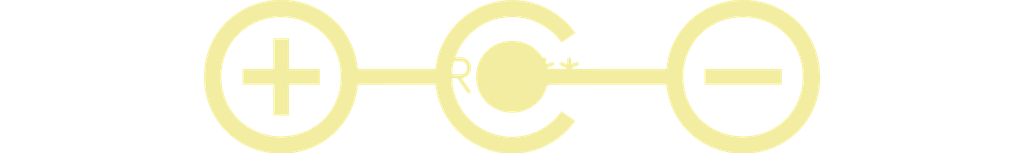
<source format=kicad_pcb>
(kicad_pcb (version 20240108) (generator pcbnew)
  (layers (0 "F.Cu" signal) (31 "B.Cu" signal) (34 "B.Paste" user) (35 "F.Paste" user) (36 "B.SilkS" user "B.Silkscreen") (37 "F.SilkS" user "F.Silkscreen") (38 "B.Mask" user) (39 "F.Mask" user) (44 "Edge.Cuts" user))
  (net 0 "")
  (footprint "Polarity_Center_Negative_6mm_SilkScreen" (layer "F.Cu") (at 0 0)
    (property "Reference" "REF**")
    (property "Value" "Polarity_Center_Negative_6mm_SilkScreen")
    (fp_poly (pts (xy 10.562377 0.301782) (xy 7.544555 0.301782) (xy 7.544555 -0.301782) (xy 10.562377 -0.301782) (xy 10.562377 0.301782)) (layer "F.SilkS") (stroke (width 0.01)) (fill solid))
    (fp_poly (pts (xy -8.739109 -0.301782) (xy -7.53198 -0.301782) (xy -7.53198 0.301782) (xy -8.739109 0.301782) (xy -8.739109 1.508911) (xy -9.342673 1.508911) (xy -9.342673 0.301782) (xy -10.549802 0.301782) (xy -10.549802 -0.301782) (xy -9.342673 -0.301782) (xy -9.342673 -1.508911) (xy -8.739109 -1.508911) (xy -8.739109 -0.301782)) (layer "F.SilkS") (stroke (width 0.01)) (fill solid))
    (fp_poly (pts (xy 9.174857 -3.014648) (xy 9.284024 -3.010439) (xy 9.337281 -3.006461) (xy 9.605462 -2.969918) (xy 9.868658 -2.910608) (xy 10.124621 -2.829446) (xy 10.371103 -2.727346) (xy 10.605855 -2.605224) (xy 10.82663 -2.463993) (xy 11.002476 -2.328892) (xy 11.201601 -2.14635) (xy 11.382043 -1.947388) (xy 11.543021 -1.733246) (xy 11.683755 -1.505162) (xy 11.803468 -1.264377) (xy 11.90138 -1.012131) (xy 11.964636 -0.798451) (xy 12.018398 -0.543687) (xy 12.051602 -0.281875) (xy 12.064157 -0.017474) (xy 12.05597 0.245057) (xy 12.02695 0.501257) (xy 11.994887 0.671311) (xy 11.923092 0.940062) (xy 11.829676 1.197173) (xy 11.715269 1.44171) (xy 11.580501 1.672735) (xy 11.426002 1.889311) (xy 11.252403 2.090501) (xy 11.060332 2.27537) (xy 10.85042 2.44298) (xy 10.761866 2.504804) (xy 10.530064 2.645671) (xy 10.288075 2.763787) (xy 10.035374 2.859355) (xy 9.771434 2.932574) (xy 9.515107 2.980834) (xy 9.450666 2.988743) (xy 9.371077 2.996003) (xy 9.281678 3.002373) (xy 9.187807 3.007614) (xy 9.094804 3.011484) (xy 9.008007 3.013745) (xy 8.932755 3.014155) (xy 8.874386 3.012474) (xy 8.852278 3.01067) (xy 8.821066 3.007233) (xy 8.772553 3.002019) (xy 8.714451 2.995854) (xy 8.676238 2.991837) (xy 8.427765 2.953789) (xy 8.178947 2.892397) (xy 7.933372 2.809154) (xy 7.694629 2.705555) (xy 7.466304 2.583096) (xy 7.251985 2.443269) (xy 7.123317 2.344941) (xy 7.041263 2.274354) (xy 6.951395 2.190585) (xy 6.860509 2.100408) (xy 6.775407 2.010595) (xy 6.702885 1.927921) (xy 6.694346 1.917575) (xy 6.547547 1.719178) (xy 6.416636 1.503255) (xy 6.302872 1.272735) (xy 6.207511 1.030547) (xy 6.131813 0.77962) (xy 6.077036 0.522882) (xy 6.066417 0.455817) (xy 6.043778 0.301782) (xy 3.713079 0.301782) (xy 3.418557 0.301813) (xy 3.148274 0.301908) (xy 2.90132 0.302075) (xy 2.676786 0.302318) (xy 2.473762 0.302645) (xy 2.291339 0.303061) (xy 2.128606 0.303573) (xy 1.984655 0.304186) (xy 1.858576 0.304907) (xy 1.749459 0.305742) (xy 1.656394 0.306697) (xy 1.578473 0.307778) (xy 1.514785 0.308992) (xy 1.464421 0.310343) (xy 1.426471 0.31184) (xy 1.400026 0.313486) (xy 1.384176 0.31529) (xy 1.378011 0.317256) (xy 1.37788 0.3175) (xy 1.327173 0.476421) (xy 1.271105 0.614878) (xy 1.207193 0.737391) (xy 1.132957 0.848478) (xy 1.045915 0.95266) (xy 1.006547 0.993825) (xy 0.871272 1.113268) (xy 0.723836 1.212215) (xy 0.566533 1.290661) (xy 0.401658 1.348604) (xy 0.231506 1.38604) (xy 0.058372 1.402966) (xy -0.11545 1.399379) (xy -0.287664 1.375275) (xy -0.455977 1.33065) (xy -0.618093 1.265503) (xy -0.771717 1.179829) (xy -0.914555 1.073625) (xy -0.997447 0.996705) (xy -1.119461 0.858261) (xy -1.218275 0.712292) (xy -1.295267 0.556607) (xy -1.326614 0.472636) (xy -1.375202 0.291073) (xy -1.400427 0.108158) (xy -1.401845 0.004344) (xy 6.70208 0.004344) (xy 6.712761 0.24759) (xy 6.745199 0.479902) (xy 6.79998 0.703923) (xy 6.877694 0.922297) (xy 6.934728 1.049951) (xy 7.048116 1.257535) (xy 7.180742 1.449778) (xy 7.331277 1.625814) (xy 7.498393 1.784775) (xy 7.680761 1.925794) (xy 7.877053 2.048002) (xy 8.08594 2.150533) (xy 8.306093 2.23252) (xy 8.536185 2.293094) (xy 8.774885 2.331388) (xy 8.915149 2.342962) (xy 8.960493 2.345526) (xy 9.000104 2.34792) (xy 9.015743 2.34895) (xy 9.039636 2.348885) (xy 9.082896 2.347147) (xy 9.139817 2.344021) (xy 9.204695 2.339792) (xy 9.219086 2.338769) (xy 9.465942 2.309097) (xy 9.702815 2.256947) (xy 9.928679 2.183209) (xy 10.142509 2.088772) (xy 10.343278 1.974528) (xy 10.529962 1.841366) (xy 10.701534 1.690176) (xy 10.85697 1.521849) (xy 10.995243 1.337274) (xy 11.115328 1.137342) (xy 11.216199 0.922942) (xy 11.296831 0.694965) (xy 11.348853 0.490396) (xy 11.364778 0.396023) (xy 11.377338 0.283696) (xy 11.386253 0.160418) (xy 11.391244 0.033195) (xy 11.392031 -0.09097) (xy 11.388335 -0.205073) (xy 11.380336 -0.298428) (xy 11.338179 -0.544573) (xy 11.27385 -0.779343) (xy 11.187746 -1.002085) (xy 11.080266 -1.212147) (xy 10.951808 -1.408874) (xy 10.802769 -1.591613) (xy 10.633549 -1.759712) (xy 10.444545 -1.912517) (xy 10.361188 -1.970754) (xy 10.16887 -2.084639) (xy 9.963132 -2.178815) (xy 9.746574 -2.252959) (xy 9.521795 -2.306745) (xy 9.291396 -2.339851) (xy 9.057977 -2.351952) (xy 8.824137 -2.342726) (xy 8.592478 -2.311847) (xy 8.365598 -2.258993) (xy 8.273862 -2.230663) (xy 8.05044 -2.143625) (xy 7.840598 -2.036014) (xy 7.645283 -1.909004) (xy 7.465446 -1.763769) (xy 7.302034 -1.601483) (xy 7.155996 -1.423319) (xy 7.028281 -1.230451) (xy 6.919836 -1.024053) (xy 6.831612 -0.805299) (xy 6.764556 -0.575363) (xy 6.719617 -0.335418) (xy 6.71527 -0.302112) (xy 6.710532 -0.250426) (xy 6.706549 -0.181414) (xy 6.703657 -0.102894) (xy 6.702192 -0.022684) (xy 6.70208 0.004344) (xy -1.401845 0.004344) (xy -1.402915 -0.073943) (xy -1.383295 -0.253064) (xy -1.342196 -0.427039) (xy -1.280244 -0.593704) (xy -1.198068 -0.750892) (xy -1.096295 -0.896437) (xy -0.975555 -1.028174) (xy -0.863789 -1.123647) (xy -0.712718 -1.223451) (xy -0.550818 -1.301889) (xy -0.380623 -1.358897) (xy -0.204671 -1.394412) (xy -0.025498 -1.40837) (xy 0.154362 -1.400708) (xy 0.332372 -1.371363) (xy 0.505996 -1.320272) (xy 0.672698 -1.247369) (xy 0.81104 -1.165539) (xy 0.852564 -1.134713) (xy 0.903937 -1.092358) (xy 0.957473 -1.04497) (xy 0.990135 -1.014209) (xy 1.098871 -0.89663) (xy 1.190296 -0.770545) (xy 1.266541 -0.632132) (xy 1.329734 -0.477568) (xy 1.378259 -0.3175) (xy 1.383286 -0.315514) (xy 1.397888 -0.313692) (xy 1.422974 -0.312027) (xy 1.459453 -0.310514) (xy 1.508236 -0.309146) (xy 1.570231 -0.307916) (xy 1.646348 -0.30682) (xy 1.737496 -0.30585) (xy 1.844585 -0.305002) (xy 1.968524 -0.304267) (xy 2.110222 -0.303641) (xy 2.270588 -0.303118) (xy 2.450533 -0.30269) (xy 2.650965 -0.302353) (xy 2.872794 -0.3021) (xy 3.11693 -0.301924) (xy 3.384281 -0.301821) (xy 3.675757 -0.301782) (xy 6.045749 -0.301782) (xy 6.054377 -0.380371) (xy 6.077423 -0.538056) (xy 6.112328 -0.707353) (xy 6.156755 -0.879114) (xy 6.208371 -1.04419) (xy 6.257 -1.174493) (xy 6.371297 -1.422295) (xy 6.505546 -1.65544) (xy 6.658707 -1.873121) (xy 6.829739 -2.074532) (xy 7.017603 -2.258866) (xy 7.221259 -2.425314) (xy 7.439665 -2.57307) (xy 7.671783 -2.701326) (xy 7.916573 -2.809276) (xy 8.172993 -2.896112) (xy 8.440005 -2.961027) (xy 8.592836 -2.987365) (xy 8.689124 -2.998626) (xy 8.802953 -3.007176) (xy 8.92684 -3.012825) (xy 9.053302 -3.01538) (xy 9.174857 -3.014648)) (layer "F.SilkS") (stroke (width 0.01)) (fill solid))
    (fp_poly (pts (xy 0.284256 -3.001128) (xy 0.547425 -2.965017) (xy 0.807122 -2.90509) (xy 1.012228 -2.839465) (xy 1.268147 -2.733675) (xy 1.51242 -2.605906) (xy 1.743838 -2.457061) (xy 1.961189 -2.288042) (xy 2.163266 -2.099751) (xy 2.348858 -1.893091) (xy 2.443478 -1.771912) (xy 2.476932 -1.726844) (xy 2.216524 -1.545576) (xy 2.144808 -1.496046) (xy 2.079485 -1.451675) (xy 2.023498 -1.414402) (xy 1.97979 -1.386167) (xy 1.951304 -1.368908) (xy 1.941402 -1.364307) (xy 1.926901 -1.373699) (xy 1.903123 -1.398303) (xy 1.875675 -1.4322) (xy 1.732794 -1.602184) (xy 1.570246 -1.759421) (xy 1.391036 -1.902042) (xy 1.198171 -2.028182) (xy 0.994655 -2.135971) (xy 0.783496 -2.223543) (xy 0.567698 -2.28903) (xy 0.457703 -2.313156) (xy 0.217037 -2.346637) (xy -0.023002 -2.355783) (xy -0.260705 -2.341111) (xy -0.494363 -2.303139) (xy -0.72227 -2.242382) (xy -0.942717 -2.159358) (xy -1.153994 -2.054584) (xy -1.354395 -1.928576) (xy -1.542211 -1.781852) (xy -1.659937 -1.672432) (xy -1.825706 -1.490376) (xy -1.969395 -1.296329) (xy -2.091049 -1.090198) (xy -2.190714 -0.871892) (xy -2.268438 -0.64132) (xy -2.324266 -0.39839) (xy -2.334213 -0.339501) (xy -2.345559 -0.242621) (xy -2.352486 -0.129217) (xy -2.354991 -0.007364) (xy -2.35307 0.114862) (xy -2.346722 0.229384) (xy -2.335943 0.328126) (xy -2.334469 0.337789) (xy -2.284095 0.580493) (xy -2.211559 0.813307) (xy -2.117667 1.034956) (xy -2.003224 1.244164) (xy -1.869035 1.439658) (xy -1.715905 1.620161) (xy -1.544638 1.784399) (xy -1.356041 1.931096) (xy -1.307722 1.963926) (xy -1.097975 2.088025) (xy -0.879554 2.189266) (xy -0.654151 2.267417) (xy -0.42346 2.322247) (xy -0.189171 2.353523) (xy 0.047023 2.361015) (xy 0.283431 2.34449) (xy 0.518361 2.303717) (xy 0.734803 2.243581) (xy 0.962539 2.155388) (xy 1.178452 2.045446) (xy 1.381155 1.914717) (xy 1.569263 1.764161) (xy 1.741389 1.594741) (xy 1.844939 1.473836) (xy 1.93834 1.357029) (xy 1.997116 1.399058) (xy 2.026126 1.419575) (xy 2.07139 1.451308) (xy 2.128479 1.491166) (xy 2.192965 1.536058) (xy 2.260223 1.582754) (xy 2.32278 1.626501) (xy 2.377595 1.665552) (xy 2.421541 1.697618) (xy 2.451487 1.72041) (xy 2.464303 1.73164) (xy 2.464555 1.732202) (xy 2.456524 1.749257) (xy 2.434321 1.781416) (xy 2.400782 1.825259) (xy 2.358744 1.877364) (xy 2.311043 1.934311) (xy 2.260514 1.992677) (xy 2.209995 2.049043) (xy 2.16232 2.099988) (xy 2.144448 2.118319) (xy 1.940602 2.307021) (xy 1.724123 2.474233) (xy 1.495976 2.61955) (xy 1.257126 2.74257) (xy 1.008539 2.842889) (xy 0.751181 2.920101) (xy 0.486016 2.973804) (xy 0.214011 3.003594) (xy 0.012575 3.010009) (xy -0.243699 3.001123) (xy -0.486153 2.973925) (xy -0.719254 2.927366) (xy -0.947468 2.860401) (xy -1.175259 2.771983) (xy -1.348534 2.690949) (xy -1.587073 2.557788) (xy -1.811248 2.404378) (xy -2.019904 2.231867) (xy -2.211883 2.041403) (xy -2.386027 1.834133) (xy -2.54118 1.611206) (xy -2.676135 1.373868) (xy -2.789227 1.126949) (xy -2.878205 0.876394) (xy -2.944096 0.619067) (xy -2.970293 0.477107) (xy -2.998492 0.301682) (xy -6.04193 0.30807) (xy -6.051432 0.396089) (xy -6.084346 0.609191) (xy -6.136827 0.829042) (xy -6.206756 1.049657) (xy -6.292014 1.265049) (xy -6.390482 1.469234) (xy -6.49424 1.647228) (xy -6.591951 1.78852) (xy -6.703809 1.931369) (xy -6.824788 2.070155) (xy -6.949861 2.199258) (xy -7.074001 2.313056) (xy -7.133232 2.361737) (xy -7.358571 2.52377) (xy -7.593664 2.662626) (xy -7.838465 2.778289) (xy -8.092929 2.870744) (xy -8.35701 2.939973) (xy -8.630664 2.985961) (xy -8.913844 3.008692) (xy -8.971732 3.010449) (xy -9.048547 3.011815) (xy -9.120133 3.012465) (xy -9.181259 3.012398) (xy -9.226699 3.011615) (xy -9.248366 3.010459) (xy -9.418838 2.991313) (xy -9.570515 2.96932) (xy -9.709697 2.943227) (xy -9.842687 2.911783) (xy -9.975787 2.873736) (xy -10.040544 2.853095) (xy -10.291003 2.757922) (xy -10.529277 2.641341) (xy -10.75432 2.504491) (xy -10.965087 2.348512) (xy -11.160533 2.174541) (xy -11.339612 1.983718) (xy -11.501277 1.777183) (xy -11.644485 1.556073) (xy -11.768188 1.321529) (xy -11.871342 1.074689) (xy -11.952901 0.816692) (xy -11.969501 0.751783) (xy -11.995396 0.640579) (xy -12.015476 0.540777) (xy -12.030408 0.446295) (xy -12.04086 0.351052) (xy -12.047499 0.248966) (xy -12.050993 0.133958) (xy -12.052008 0) (xy -12.051961 -0.006287) (xy -11.392277 -0.006287) (xy -11.380589 0.243496) (xy -11.345747 0.48557) (xy -11.288088 0.718899) (xy -11.207945 0.942444) (xy -11.105653 1.155171) (xy -10.981549 1.35604) (xy -10.928562 1.429281) (xy -10.776416 1.610349) (xy -10.607296 1.773641) (xy -10.422872 1.918261) (xy -10.224812 2.043313) (xy -10.014783 2.147901) (xy -9.794455 2.231129) (xy -9.565495 2.292102) (xy -9.329571 2.329924) (xy -9.235792 2.338223) (xy -9.176993 2.342248) (xy -9.125609 2.345769) (xy -9.088 2.348348) (xy -9.072326 2.349427) (xy -9.050981 2.349184) (xy -9.009949 2.347311) (xy -8.954617 2.344099) (xy -8.890374 2.339841) (xy -8.871841 2.338524) (xy -8.62738 2.309016) (xy -8.392608 2.257086) (xy -8.16857 2.183783) (xy -7.956314 2.090152) (xy -7.756886 1.977241) (xy -7.571332 1.846096) (xy -7.4007 1.697765) (xy -7.246035 1.533294) (xy -7.108384 1.35373) (xy -6.988794 1.16012) (xy -6.888311 0.953511) (xy -6.807981 0.734949) (xy -6.748851 0.505482) (xy -6.711969 0.266157) (xy -6.703799 0.169753) (xy -6.699129 -0.07928) (xy -6.717617 -0.322066) (xy -6.758571 -0.55736) (xy -6.8213 -0.783916) (xy -6.905113 -1.000488) (xy -7.009318 -1.205831) (xy -7.133224 -1.3987) (xy -7.27614 -1.577848) (xy -7.437374 -1.742031) (xy -7.616236 -1.890004) (xy -7.812033 -2.020519) (xy -7.966054 -2.104451) (xy -8.184917 -2.199453) (xy -8.412286 -2.271733) (xy -8.645855 -2.321274) (xy -8.883323 -2.348062) (xy -9.122385 -2.352081) (xy -9.360736 -2.333315) (xy -9.596074 -2.291748) (xy -9.826095 -2.227366) (xy -10.048494 -2.140152) (xy -10.094271 -2.118812) (xy -10.303883 -2.004752) (xy -10.497469 -1.871949) (xy -10.674261 -1.721652) (xy -10.833495 -1.555108) (xy -10.974402 -1.373564) (xy -11.096216 -1.178269) (xy -11.198171 -0.97047) (xy -11.279501 -0.751413) (xy -11.339438 -0.522348) (xy -11.377216 -0.284521) (xy -11.39207 -0.039179) (xy -11.392277 -0.006287) (xy -12.051961 -0.006287) (xy -12.050991 -0.133835) (xy -12.047509 -0.248714) (xy -12.040919 -0.350763) (xy -12.030579 -0.446106) (xy -12.015845 -0.540869) (xy -11.996075 -0.64118) (xy -11.974779 -0.735594) (xy -11.900651 -0.99749) (xy -11.804584 -1.248129) (xy -11.687615 -1.486489) (xy -11.550777 -1.711548) (xy -11.395105 -1.922281) (xy -11.221632 -2.117667) (xy -11.031395 -2.296684) (xy -10.825425 -2.458307) (xy -10.60476 -2.601516) (xy -10.370432 -2.725287) (xy -10.123476 -2.828597) (xy -9.864926 -2.910424) (xy -9.745049 -2.93997) (xy -9.641728 -2.962304) (xy -9.550281 -2.97959) (xy -9.464751 -2.992425) (xy -9.37918 -3.001407) (xy -9.287608 -3.007132) (xy -9.184078 -3.0102) (xy -9.062632 -3.011206) (xy -9.034604 -3.011212) (xy -8.899914 -3.009991) (xy -8.784027 -3.006137) (xy -8.680673 -2.998985) (xy -8.583585 -2.987876) (xy -8.486493 -2.972148) (xy -8.383129 -2.951138) (xy -8.312345 -2.934981) (xy -8.066823 -2.865442) (xy -7.825035 -2.774094) (xy -7.591406 -2.663026) (xy -7.370362 -2.534331) (xy -7.178007 -2.399149) (xy -7.086506 -2.324214) (xy -6.98803 -2.235914) (xy -6.889098 -2.140592) (xy -6.796233 -2.044595) (xy -6.715956 -1.95427) (xy -6.696047 -1.930148) (xy -6.544923 -1.724736) (xy -6.410609 -1.504129) (xy -6.294631 -1.271846) (xy -6.198516 -1.031408) (xy -6.123789 -0.786335) (xy -6.071976 -0.540146) (xy -6.060949 -0.465247) (xy -6.053751 -0.412554) (xy -6.04705 -0.366637) (xy -6.042012 -0.335397) (xy -6.041 -0.330074) (xy -6.035164 -0.301782) (xy -2.992673 -0.301782) (xy -2.992673 -0.331589) (xy -2.990028 -0.36406) (xy -2.982783 -0.415455) (xy -2.971976 -0.480187) (xy -2.958641 -0.552671) (xy -2.943815 -0.627322) (xy -2.928534 -0.698553) (xy -2.913835 -0.760779) (xy -2.91101 -0.771829) (xy -2.833687 -1.020275) (xy -2.733013 -1.262697) (xy -2.610485 -1.496942) (xy -2.467601 -1.720861) (xy -2.305857 -1.932303) (xy -2.126752 -2.129117) (xy -1.931781 -2.309152) (xy -1.734549 -2.461753) (xy -1.507065 -2.607438) (xy -1.268951 -2.731248) (xy -1.02197 -2.832938) (xy -0.767883 -2.912268) (xy -0.508455 -2.968994) (xy -0.245447 -3.002875) (xy 0.019378 -3.013667) (xy 0.284256 -3.001128)) (layer "F.SilkS") (stroke (width 0.01)) (fill solid))
  )
)
</source>
